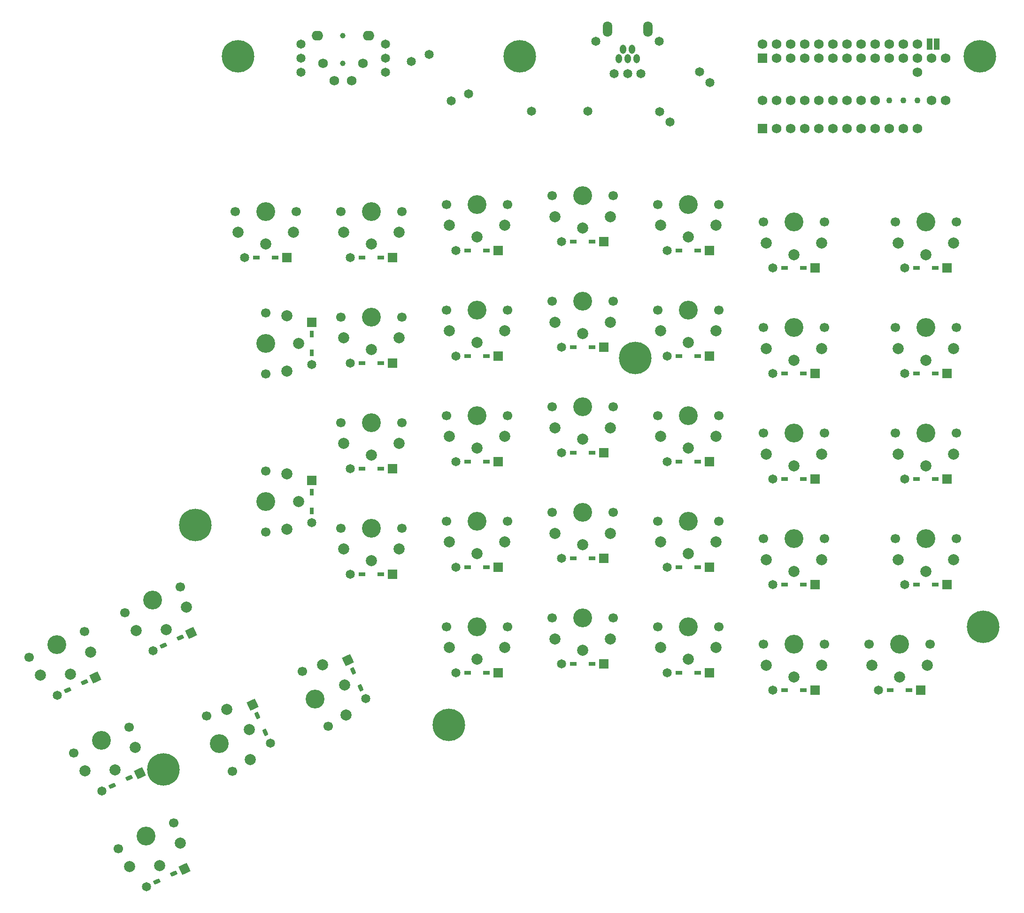
<source format=gbs>
%TF.GenerationSoftware,KiCad,Pcbnew,(6.0.5)*%
%TF.CreationDate,2022-05-23T22:21:51-06:00*%
%TF.ProjectId,ErgoDOX,4572676f-444f-4582-9e6b-696361645f70,rev?*%
%TF.SameCoordinates,Original*%
%TF.FileFunction,Soldermask,Bot*%
%TF.FilePolarity,Negative*%
%FSLAX46Y46*%
G04 Gerber Fmt 4.6, Leading zero omitted, Abs format (unit mm)*
G04 Created by KiCad (PCBNEW (6.0.5)) date 2022-05-23 22:21:51*
%MOMM*%
%LPD*%
G01*
G04 APERTURE LIST*
G04 Aperture macros list*
%AMRoundRect*
0 Rectangle with rounded corners*
0 $1 Rounding radius*
0 $2 $3 $4 $5 $6 $7 $8 $9 X,Y pos of 4 corners*
0 Add a 4 corners polygon primitive as box body*
4,1,4,$2,$3,$4,$5,$6,$7,$8,$9,$2,$3,0*
0 Add four circle primitives for the rounded corners*
1,1,$1+$1,$2,$3*
1,1,$1+$1,$4,$5*
1,1,$1+$1,$6,$7*
1,1,$1+$1,$8,$9*
0 Add four rect primitives between the rounded corners*
20,1,$1+$1,$2,$3,$4,$5,0*
20,1,$1+$1,$4,$5,$6,$7,0*
20,1,$1+$1,$6,$7,$8,$9,0*
20,1,$1+$1,$8,$9,$2,$3,0*%
%AMRotRect*
0 Rectangle, with rotation*
0 The origin of the aperture is its center*
0 $1 length*
0 $2 width*
0 $3 Rotation angle, in degrees counterclockwise*
0 Add horizontal line*
21,1,$1,$2,0,0,$3*%
G04 Aperture macros list end*
%ADD10C,5.867400*%
%ADD11C,3.400000*%
%ADD12C,1.700000*%
%ADD13C,2.000000*%
%ADD14C,1.651000*%
%ADD15RoundRect,0.051100X-0.553900X-0.313900X0.553900X-0.313900X0.553900X0.313900X-0.553900X0.313900X0*%
%ADD16R,1.651000X1.651000*%
%ADD17RoundRect,0.051100X0.313900X-0.553900X0.313900X0.553900X-0.313900X0.553900X-0.313900X-0.553900X0*%
%ADD18RoundRect,0.051100X0.518578X-0.369344X0.050402X0.634664X-0.518578X0.369344X-0.050402X-0.634664X0*%
%ADD19RotRect,1.651000X1.651000X115.000000*%
%ADD20RoundRect,0.051100X-0.369344X-0.518578X0.634664X-0.050402X0.369344X0.518578X-0.634664X0.050402X0*%
%ADD21RotRect,1.651000X1.651000X25.000000*%
%ADD22C,0.990600*%
%ADD23O,2.057400X1.752600*%
%ADD24C,1.752600*%
%ADD25O,1.143000X1.651000*%
%ADD26O,1.701800X2.794000*%
%ADD27R,1.752600X1.752600*%
%ADD28C,1.092200*%
%ADD29R,1.016000X2.032000*%
G04 APERTURE END LIST*
D10*
%TO.C,H99*%
X67411600Y-37134800D03*
X53898800Y-165836600D03*
X201777600Y-140055600D03*
X201142600Y-37134800D03*
X118211600Y-37134800D03*
X105435400Y-157759400D03*
X139039600Y-91592400D03*
X59664600Y-121666000D03*
%TD*%
D11*
%TO.C,SW1:13*%
X186690000Y-143202660D03*
D12*
X181190000Y-143202660D03*
X192190000Y-143202660D03*
D13*
X191690000Y-147002660D03*
X181690000Y-147002660D03*
X186690000Y-149102660D03*
D14*
X182880000Y-151533860D03*
D15*
X185010000Y-151496660D03*
X185010000Y-151496660D03*
X188370000Y-151496660D03*
D16*
X190500000Y-151533860D03*
D15*
X188370000Y-151496660D03*
%TD*%
D12*
%TO.C,SW1:10*%
X135040000Y-138430000D03*
D11*
X129540000Y-138430000D03*
D12*
X124040000Y-138430000D03*
D13*
X124540000Y-142230000D03*
X134540000Y-142230000D03*
X129540000Y-144330000D03*
D15*
X127860000Y-146724000D03*
D14*
X125730000Y-146761200D03*
D15*
X127860000Y-146724000D03*
X131220000Y-146724000D03*
X131220000Y-146724000D03*
D16*
X133350000Y-146761200D03*
%TD*%
D12*
%TO.C,SW1:9*%
X115990000Y-140027660D03*
X104990000Y-140027660D03*
D11*
X110490000Y-140027660D03*
D13*
X105490000Y-143827660D03*
X115490000Y-143827660D03*
X110490000Y-145927660D03*
D15*
X108810000Y-148321660D03*
D14*
X106680000Y-148358860D03*
D15*
X108810000Y-148321660D03*
X112170000Y-148321660D03*
D16*
X114300000Y-148358860D03*
D15*
X112170000Y-148321660D03*
%TD*%
D12*
%TO.C,SW2:13*%
X196952500Y-124152660D03*
D11*
X191452500Y-124152660D03*
D12*
X185952500Y-124152660D03*
D13*
X196452500Y-127952660D03*
X186452500Y-127952660D03*
X191452500Y-130052660D03*
D15*
X189772500Y-132446660D03*
D14*
X187642500Y-132483860D03*
D15*
X189772500Y-132446660D03*
X193132500Y-132446660D03*
D16*
X195262500Y-132483860D03*
D15*
X193132500Y-132446660D03*
%TD*%
D11*
%TO.C,SW2:10*%
X129540000Y-119380000D03*
D12*
X124040000Y-119380000D03*
X135040000Y-119380000D03*
D13*
X124540000Y-123180000D03*
X134540000Y-123180000D03*
X129540000Y-125280000D03*
D15*
X127860000Y-127674000D03*
D14*
X125730000Y-127711200D03*
D15*
X127860000Y-127674000D03*
X131220000Y-127674000D03*
X131220000Y-127674000D03*
D16*
X133350000Y-127711200D03*
%TD*%
D12*
%TO.C,SW2:9*%
X104990000Y-120977660D03*
D11*
X110490000Y-120977660D03*
D12*
X115990000Y-120977660D03*
D13*
X115490000Y-124777660D03*
X105490000Y-124777660D03*
X110490000Y-126877660D03*
D15*
X108810000Y-129271660D03*
X108810000Y-129271660D03*
D14*
X106680000Y-129308860D03*
D15*
X112170000Y-129271660D03*
D16*
X114300000Y-129308860D03*
D15*
X112170000Y-129271660D03*
%TD*%
D12*
%TO.C,SW2:7*%
X72390000Y-111985160D03*
X72390000Y-122985160D03*
D11*
X72390000Y-117485160D03*
D13*
X76190000Y-112485160D03*
X76190000Y-122485160D03*
X78290000Y-117485160D03*
D17*
X80684000Y-119165160D03*
D14*
X80721200Y-121295160D03*
D17*
X80684000Y-119165160D03*
X80684000Y-115805160D03*
X80684000Y-115805160D03*
D16*
X80721200Y-113675160D03*
%TD*%
D12*
%TO.C,SW3:13*%
X196952500Y-105102660D03*
X185952500Y-105102660D03*
D11*
X191452500Y-105102660D03*
D13*
X196452500Y-108902660D03*
X186452500Y-108902660D03*
X191452500Y-111002660D03*
D15*
X189772500Y-113396660D03*
X189772500Y-113396660D03*
D14*
X187642500Y-113433860D03*
D15*
X193132500Y-113396660D03*
D16*
X195262500Y-113433860D03*
D15*
X193132500Y-113396660D03*
%TD*%
D12*
%TO.C,SW3:11*%
X143090000Y-101927660D03*
X154090000Y-101927660D03*
D11*
X148590000Y-101927660D03*
D13*
X143590000Y-105727660D03*
X153590000Y-105727660D03*
X148590000Y-107827660D03*
D15*
X146910000Y-110221660D03*
D14*
X144780000Y-110258860D03*
D15*
X146910000Y-110221660D03*
X150270000Y-110221660D03*
D16*
X152400000Y-110258860D03*
D15*
X150270000Y-110221660D03*
%TD*%
D12*
%TO.C,SW3:10*%
X135040000Y-100330000D03*
D11*
X129540000Y-100330000D03*
D12*
X124040000Y-100330000D03*
D13*
X134540000Y-104130000D03*
X124540000Y-104130000D03*
X129540000Y-106230000D03*
D14*
X125730000Y-108661200D03*
D15*
X127860000Y-108624000D03*
X127860000Y-108624000D03*
X131220000Y-108624000D03*
D16*
X133350000Y-108661200D03*
D15*
X131220000Y-108624000D03*
%TD*%
D12*
%TO.C,SW3:9*%
X104990000Y-101927660D03*
X115990000Y-101927660D03*
D11*
X110490000Y-101927660D03*
D13*
X115490000Y-105727660D03*
X105490000Y-105727660D03*
X110490000Y-107827660D03*
D14*
X106680000Y-110258860D03*
D15*
X108810000Y-110221660D03*
X108810000Y-110221660D03*
X112170000Y-110221660D03*
D16*
X114300000Y-110258860D03*
D15*
X112170000Y-110221660D03*
%TD*%
D12*
%TO.C,SW3:8*%
X85940000Y-103197660D03*
D11*
X91440000Y-103197660D03*
D12*
X96940000Y-103197660D03*
D13*
X96440000Y-106997660D03*
X86440000Y-106997660D03*
X91440000Y-109097660D03*
D14*
X87630000Y-111528860D03*
D15*
X89760000Y-111491660D03*
X89760000Y-111491660D03*
X93120000Y-111491660D03*
X93120000Y-111491660D03*
D16*
X95250000Y-111528860D03*
%TD*%
D12*
%TO.C,SW4:13*%
X185952500Y-86052660D03*
X196952500Y-86052660D03*
D11*
X191452500Y-86052660D03*
D13*
X186452500Y-89852660D03*
X196452500Y-89852660D03*
X191452500Y-91952660D03*
D15*
X189772500Y-94346660D03*
D14*
X187642500Y-94383860D03*
D15*
X189772500Y-94346660D03*
X193132500Y-94346660D03*
X193132500Y-94346660D03*
D16*
X195262500Y-94383860D03*
%TD*%
D11*
%TO.C,SW4:12*%
X167640000Y-86052660D03*
D12*
X162140000Y-86052660D03*
X173140000Y-86052660D03*
D13*
X162640000Y-89852660D03*
X172640000Y-89852660D03*
X167640000Y-91952660D03*
D15*
X165960000Y-94346660D03*
X165960000Y-94346660D03*
D14*
X163830000Y-94383860D03*
D16*
X171450000Y-94383860D03*
D15*
X169320000Y-94346660D03*
X169320000Y-94346660D03*
%TD*%
D12*
%TO.C,SW4:11*%
X154090000Y-82877660D03*
D11*
X148590000Y-82877660D03*
D12*
X143090000Y-82877660D03*
D13*
X143590000Y-86677660D03*
X153590000Y-86677660D03*
X148590000Y-88777660D03*
D15*
X146910000Y-91171660D03*
X146910000Y-91171660D03*
D14*
X144780000Y-91208860D03*
D16*
X152400000Y-91208860D03*
D15*
X150270000Y-91171660D03*
X150270000Y-91171660D03*
%TD*%
D12*
%TO.C,SW4:10*%
X124040000Y-81280000D03*
X135040000Y-81280000D03*
D11*
X129540000Y-81280000D03*
D13*
X134540000Y-85080000D03*
X124540000Y-85080000D03*
X129540000Y-87180000D03*
D15*
X127860000Y-89574000D03*
X127860000Y-89574000D03*
D14*
X125730000Y-89611200D03*
D15*
X131220000Y-89574000D03*
D16*
X133350000Y-89611200D03*
D15*
X131220000Y-89574000D03*
%TD*%
D12*
%TO.C,SW4:9*%
X104990000Y-82877660D03*
X115990000Y-82877660D03*
D11*
X110490000Y-82877660D03*
D13*
X105490000Y-86677660D03*
X115490000Y-86677660D03*
X110490000Y-88777660D03*
D15*
X108810000Y-91171660D03*
X108810000Y-91171660D03*
D14*
X106680000Y-91208860D03*
D15*
X112170000Y-91171660D03*
X112170000Y-91171660D03*
D16*
X114300000Y-91208860D03*
%TD*%
D12*
%TO.C,SW4:8*%
X85940000Y-84147660D03*
X96940000Y-84147660D03*
D11*
X91440000Y-84147660D03*
D13*
X96440000Y-87947660D03*
X86440000Y-87947660D03*
X91440000Y-90047660D03*
D15*
X89760000Y-92441660D03*
X89760000Y-92441660D03*
D14*
X87630000Y-92478860D03*
D15*
X93120000Y-92441660D03*
D16*
X95250000Y-92478860D03*
D15*
X93120000Y-92441660D03*
%TD*%
D12*
%TO.C,SW4:7*%
X72390000Y-83410160D03*
X72390000Y-94410160D03*
D11*
X72390000Y-88910160D03*
D13*
X76190000Y-93910160D03*
X76190000Y-83910160D03*
X78290000Y-88910160D03*
D17*
X80684000Y-90590160D03*
X80684000Y-90590160D03*
D14*
X80721200Y-92720160D03*
D17*
X80684000Y-87230160D03*
X80684000Y-87230160D03*
D16*
X80721200Y-85100160D03*
%TD*%
D11*
%TO.C,SW0:10*%
X81302860Y-153065480D03*
D12*
X78978460Y-148080787D03*
X83627260Y-158050173D03*
D13*
X86859921Y-155991070D03*
X82633738Y-146927992D03*
X86650076Y-150572032D03*
D18*
X89529775Y-151082881D03*
D14*
X90463667Y-152997595D03*
D18*
X89529775Y-151082881D03*
X88109778Y-148037687D03*
X88109778Y-148037687D03*
D19*
X87243316Y-146091530D03*
%TD*%
D12*
%TO.C,SW0:12*%
X55784693Y-175475600D03*
X45815307Y-180124400D03*
D11*
X50800000Y-177800000D03*
D13*
X47874410Y-183357061D03*
X56937488Y-179130878D03*
X53293448Y-183147216D03*
D20*
X52782599Y-186026915D03*
D14*
X50867885Y-186960807D03*
D20*
X52782599Y-186026915D03*
X55827793Y-184606918D03*
X55827793Y-184606918D03*
D21*
X57773950Y-183740456D03*
%TD*%
D12*
%TO.C,SW0:11*%
X61714080Y-156132587D03*
D11*
X64038480Y-161117280D03*
D12*
X66362880Y-166101973D03*
D13*
X69595541Y-164042870D03*
X65369358Y-154979792D03*
X69385696Y-158623832D03*
D18*
X72265395Y-159134681D03*
D14*
X73199287Y-161049395D03*
D18*
X72265395Y-159134681D03*
X70845398Y-156089487D03*
D19*
X69978936Y-154143330D03*
D18*
X70845398Y-156089487D03*
%TD*%
D11*
%TO.C,SW0:9*%
X42748200Y-160533080D03*
D12*
X47732893Y-158208680D03*
X37763507Y-162857480D03*
D13*
X39822610Y-166090141D03*
X48885688Y-161863958D03*
X45241648Y-165880296D03*
D14*
X42816085Y-169693887D03*
D20*
X44730799Y-168759995D03*
X44730799Y-168759995D03*
X47775993Y-167339998D03*
X47775993Y-167339998D03*
D21*
X49722150Y-166473536D03*
%TD*%
D12*
%TO.C,SW0:7*%
X39683633Y-140944300D03*
D11*
X34698940Y-143268700D03*
D12*
X29714247Y-145593100D03*
D13*
X40836428Y-144599578D03*
X31773350Y-148825761D03*
X37192388Y-148615916D03*
D20*
X36681539Y-151495615D03*
X36681539Y-151495615D03*
D14*
X34766825Y-152429507D03*
D20*
X39726733Y-150075618D03*
D21*
X41672890Y-149209156D03*
D20*
X39726733Y-150075618D03*
%TD*%
D12*
%TO.C,SW1:11*%
X154090000Y-140027660D03*
X143090000Y-140027660D03*
D11*
X148590000Y-140027660D03*
D13*
X143590000Y-143827660D03*
X153590000Y-143827660D03*
X148590000Y-145927660D03*
D15*
X146910000Y-148321660D03*
D14*
X144780000Y-148358860D03*
D15*
X146910000Y-148321660D03*
X150270000Y-148321660D03*
D16*
X152400000Y-148358860D03*
D15*
X150270000Y-148321660D03*
%TD*%
D12*
%TO.C,SW0:8*%
X56948013Y-132895040D03*
X46978627Y-137543840D03*
D11*
X51963320Y-135219440D03*
D13*
X58100808Y-136550318D03*
X49037730Y-140776501D03*
X54456768Y-140566656D03*
D14*
X52031205Y-144380247D03*
D20*
X53945919Y-143446355D03*
X53945919Y-143446355D03*
X56991113Y-142026358D03*
X56991113Y-142026358D03*
D21*
X58937270Y-141159896D03*
%TD*%
D14*
%TO.C,RC1*%
X130492500Y-46990000D03*
X120332500Y-46990000D03*
%TD*%
%TO.C,RA1*%
X152499602Y-41810398D03*
X145315398Y-48994602D03*
%TD*%
%TO.C,RB1*%
X150594602Y-39905398D03*
X143410398Y-47089602D03*
%TD*%
%TO.C,R1*%
X101817898Y-36730398D03*
X109002102Y-43914602D03*
%TD*%
D22*
%TO.C,J2*%
X86309200Y-33375600D03*
X86309200Y-38379400D03*
D23*
X90957400Y-33375600D03*
D24*
X82702400Y-38379400D03*
X87909400Y-41478200D03*
D23*
X81661000Y-33375600D03*
D24*
X84709000Y-41478200D03*
X89916000Y-38379400D03*
%TD*%
D14*
%TO.C,J4*%
X78740000Y-40005000D03*
X78740000Y-37465000D03*
X78740000Y-34925000D03*
%TD*%
%TO.C,R2*%
X98642898Y-38000398D03*
X105827102Y-45184602D03*
%TD*%
%TO.C,J1*%
X140055600Y-40259000D03*
D25*
X139242800Y-37553900D03*
X138442700Y-35806380D03*
D14*
X143357600Y-34417000D03*
D25*
X137642600Y-37553900D03*
D14*
X137642600Y-40259000D03*
X131927600Y-34417000D03*
D25*
X136842500Y-35806380D03*
X136042400Y-37553900D03*
D14*
X135229600Y-40259000D03*
D26*
X141290040Y-32230060D03*
X133995160Y-32230060D03*
%TD*%
D11*
%TO.C,SW5:13*%
X191452500Y-67005200D03*
D12*
X196952500Y-67005200D03*
X185952500Y-67005200D03*
D13*
X196452500Y-70805200D03*
X186452500Y-70805200D03*
X191452500Y-72905200D03*
D15*
X189772500Y-75299200D03*
X189772500Y-75299200D03*
D14*
X187642500Y-75336400D03*
D15*
X193132500Y-75299200D03*
D16*
X195262500Y-75336400D03*
D15*
X193132500Y-75299200D03*
%TD*%
D12*
%TO.C,SW5:9*%
X115990000Y-63827660D03*
X104990000Y-63827660D03*
D11*
X110490000Y-63827660D03*
D13*
X105490000Y-67627660D03*
X115490000Y-67627660D03*
X110490000Y-69727660D03*
D14*
X106680000Y-72158860D03*
D15*
X108810000Y-72121660D03*
X108810000Y-72121660D03*
X112170000Y-72121660D03*
X112170000Y-72121660D03*
D16*
X114300000Y-72158860D03*
%TD*%
D12*
%TO.C,SW5:10*%
X135040000Y-62230000D03*
D11*
X129540000Y-62230000D03*
D12*
X124040000Y-62230000D03*
D13*
X134540000Y-66030000D03*
X124540000Y-66030000D03*
X129540000Y-68130000D03*
D15*
X127860000Y-70524000D03*
X127860000Y-70524000D03*
D14*
X125730000Y-70561200D03*
D15*
X131220000Y-70524000D03*
D16*
X133350000Y-70561200D03*
D15*
X131220000Y-70524000D03*
%TD*%
D12*
%TO.C,SW5:11*%
X143090000Y-63827660D03*
X154090000Y-63827660D03*
D11*
X148590000Y-63827660D03*
D13*
X153590000Y-67627660D03*
X143590000Y-67627660D03*
X148590000Y-69727660D03*
D15*
X146910000Y-72121660D03*
D14*
X144780000Y-72158860D03*
D15*
X146910000Y-72121660D03*
X150270000Y-72121660D03*
D16*
X152400000Y-72158860D03*
D15*
X150270000Y-72121660D03*
%TD*%
D12*
%TO.C,SW5:12*%
X162140000Y-67005200D03*
X173140000Y-67005200D03*
D11*
X167640000Y-67005200D03*
D13*
X162640000Y-70805200D03*
X172640000Y-70805200D03*
X167640000Y-72905200D03*
D14*
X163830000Y-75336400D03*
D15*
X165960000Y-75299200D03*
X165960000Y-75299200D03*
X169320000Y-75299200D03*
D16*
X171450000Y-75336400D03*
D15*
X169320000Y-75299200D03*
%TD*%
D11*
%TO.C,SW5:8*%
X91440000Y-65100200D03*
D12*
X96940000Y-65100200D03*
X85940000Y-65100200D03*
D13*
X96440000Y-68900200D03*
X86440000Y-68900200D03*
X91440000Y-71000200D03*
D15*
X89760000Y-73394200D03*
D14*
X87630000Y-73431400D03*
D15*
X89760000Y-73394200D03*
X93120000Y-73394200D03*
D16*
X95250000Y-73431400D03*
D15*
X93120000Y-73394200D03*
%TD*%
D12*
%TO.C,SW5:7*%
X77890000Y-65100200D03*
X66890000Y-65100200D03*
D11*
X72390000Y-65100200D03*
D13*
X67390000Y-68900200D03*
X77390000Y-68900200D03*
X72390000Y-71000200D03*
D14*
X68580000Y-73431400D03*
D15*
X70710000Y-73394200D03*
X70710000Y-73394200D03*
D16*
X76200000Y-73431400D03*
D15*
X74070000Y-73394200D03*
X74070000Y-73394200D03*
%TD*%
D12*
%TO.C,SW2:11*%
X154090000Y-120977660D03*
D11*
X148590000Y-120977660D03*
D12*
X143090000Y-120977660D03*
D13*
X153590000Y-124777660D03*
X143590000Y-124777660D03*
X148590000Y-126877660D03*
D15*
X146910000Y-129271660D03*
X146910000Y-129271660D03*
D14*
X144780000Y-129308860D03*
D15*
X150270000Y-129271660D03*
X150270000Y-129271660D03*
D16*
X152400000Y-129308860D03*
%TD*%
D12*
%TO.C,SW2:8*%
X96940000Y-122247660D03*
X85940000Y-122247660D03*
D11*
X91440000Y-122247660D03*
D13*
X96440000Y-126047660D03*
X86440000Y-126047660D03*
X91440000Y-128147660D03*
D15*
X89760000Y-130541660D03*
D14*
X87630000Y-130578860D03*
D15*
X89760000Y-130541660D03*
D16*
X95250000Y-130578860D03*
D15*
X93120000Y-130541660D03*
X93120000Y-130541660D03*
%TD*%
D12*
%TO.C,SW3:12*%
X173140000Y-105102660D03*
X162140000Y-105102660D03*
D11*
X167640000Y-105102660D03*
D13*
X162640000Y-108902660D03*
X172640000Y-108902660D03*
X167640000Y-111002660D03*
D14*
X163830000Y-113433860D03*
D15*
X165960000Y-113396660D03*
X165960000Y-113396660D03*
X169320000Y-113396660D03*
D16*
X171450000Y-113433860D03*
D15*
X169320000Y-113396660D03*
%TD*%
D11*
%TO.C,SW2:12*%
X167640000Y-124152660D03*
D12*
X173140000Y-124152660D03*
X162140000Y-124152660D03*
D13*
X172640000Y-127952660D03*
X162640000Y-127952660D03*
X167640000Y-130052660D03*
D14*
X163830000Y-132483860D03*
D15*
X165960000Y-132446660D03*
X165960000Y-132446660D03*
D16*
X171450000Y-132483860D03*
D15*
X169320000Y-132446660D03*
X169320000Y-132446660D03*
%TD*%
D12*
%TO.C,SW1:12*%
X173140000Y-143202660D03*
X162140000Y-143202660D03*
D11*
X167640000Y-143202660D03*
D13*
X172640000Y-147002660D03*
X162640000Y-147002660D03*
X167640000Y-149102660D03*
D15*
X165960000Y-151496660D03*
X165960000Y-151496660D03*
D14*
X163830000Y-151533860D03*
D15*
X169320000Y-151496660D03*
D16*
X171450000Y-151533860D03*
D15*
X169320000Y-151496660D03*
%TD*%
D27*
%TO.C,U1*%
X161925000Y-50165000D03*
D24*
X164465000Y-50165000D03*
X167005000Y-50165000D03*
X169545000Y-50165000D03*
X172085000Y-50165000D03*
X174625000Y-50165000D03*
X177165000Y-50165000D03*
X179705000Y-50165000D03*
X182245000Y-50165000D03*
X184785000Y-50165000D03*
X187325000Y-50165000D03*
X189865000Y-50165000D03*
X189865000Y-40005000D03*
X189865000Y-34925000D03*
X187325000Y-34925000D03*
X184785000Y-34925000D03*
X182245000Y-34925000D03*
X179705000Y-34925000D03*
X177165000Y-34925000D03*
X174625000Y-34925000D03*
X172085000Y-34925000D03*
X169545000Y-34925000D03*
X167005000Y-34925000D03*
X164465000Y-34925000D03*
X161925000Y-34925000D03*
%TD*%
D28*
%TO.C,U2*%
X189865000Y-45085000D03*
X187325000Y-45085000D03*
X184785000Y-45085000D03*
D27*
X161925000Y-37465000D03*
D24*
X164465000Y-37465000D03*
X167005000Y-37465000D03*
X169545000Y-37465000D03*
X172085000Y-37465000D03*
X174625000Y-37465000D03*
X177165000Y-37465000D03*
X179705000Y-37465000D03*
X182245000Y-37465000D03*
X184785000Y-37465000D03*
X187325000Y-37465000D03*
X189865000Y-37465000D03*
X192405000Y-37465000D03*
X194945000Y-37465000D03*
X194945000Y-45085000D03*
X192405000Y-45085000D03*
X182245000Y-45085000D03*
X179705000Y-45085000D03*
X177165000Y-45085000D03*
X174625000Y-45085000D03*
X172085000Y-45085000D03*
X169545000Y-45085000D03*
X167005000Y-45085000D03*
X164465000Y-45085000D03*
X161925000Y-45085000D03*
%TD*%
D14*
%TO.C,J3*%
X93980000Y-40005000D03*
X93980000Y-37465000D03*
X93980000Y-34925000D03*
%TD*%
D29*
%TO.C,JP2*%
X192087500Y-34925000D03*
X193357500Y-34925000D03*
%TD*%
M02*

</source>
